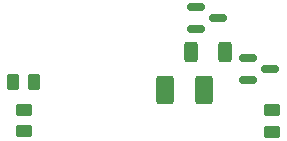
<source format=gbr>
%TF.GenerationSoftware,KiCad,Pcbnew,9.0.4*%
%TF.CreationDate,2025-11-18T22:29:26-03:00*%
%TF.ProjectId,FuzzFace,46757a7a-4661-4636-952e-6b696361645f,rev?*%
%TF.SameCoordinates,Original*%
%TF.FileFunction,Paste,Top*%
%TF.FilePolarity,Positive*%
%FSLAX46Y46*%
G04 Gerber Fmt 4.6, Leading zero omitted, Abs format (unit mm)*
G04 Created by KiCad (PCBNEW 9.0.4) date 2025-11-18 22:29:26*
%MOMM*%
%LPD*%
G01*
G04 APERTURE LIST*
G04 Aperture macros list*
%AMRoundRect*
0 Rectangle with rounded corners*
0 $1 Rounding radius*
0 $2 $3 $4 $5 $6 $7 $8 $9 X,Y pos of 4 corners*
0 Add a 4 corners polygon primitive as box body*
4,1,4,$2,$3,$4,$5,$6,$7,$8,$9,$2,$3,0*
0 Add four circle primitives for the rounded corners*
1,1,$1+$1,$2,$3*
1,1,$1+$1,$4,$5*
1,1,$1+$1,$6,$7*
1,1,$1+$1,$8,$9*
0 Add four rect primitives between the rounded corners*
20,1,$1+$1,$2,$3,$4,$5,0*
20,1,$1+$1,$4,$5,$6,$7,0*
20,1,$1+$1,$6,$7,$8,$9,0*
20,1,$1+$1,$8,$9,$2,$3,0*%
G04 Aperture macros list end*
%ADD10RoundRect,0.250000X0.312500X0.625000X-0.312500X0.625000X-0.312500X-0.625000X0.312500X-0.625000X0*%
%ADD11RoundRect,0.250000X0.450000X-0.262500X0.450000X0.262500X-0.450000X0.262500X-0.450000X-0.262500X0*%
%ADD12RoundRect,0.150000X-0.587500X-0.150000X0.587500X-0.150000X0.587500X0.150000X-0.587500X0.150000X0*%
%ADD13RoundRect,0.250001X0.507499X0.944999X-0.507499X0.944999X-0.507499X-0.944999X0.507499X-0.944999X0*%
%ADD14RoundRect,0.250000X0.262500X0.450000X-0.262500X0.450000X-0.262500X-0.450000X0.262500X-0.450000X0*%
%ADD15RoundRect,0.250000X-0.450000X0.262500X-0.450000X-0.262500X0.450000X-0.262500X0.450000X0.262500X0*%
G04 APERTURE END LIST*
D10*
%TO.C,R3*%
X115012500Y-82750000D03*
X112087500Y-82750000D03*
%TD*%
D11*
%TO.C,R2*%
X98000000Y-89462500D03*
X98000000Y-87637500D03*
%TD*%
D12*
%TO.C,Q2*%
X112550000Y-78950000D03*
X112550000Y-80850000D03*
X114425000Y-79900000D03*
%TD*%
D13*
%TO.C,C3*%
X113205000Y-85950000D03*
X109950000Y-85950000D03*
%TD*%
D14*
%TO.C,R5*%
X98862500Y-85300000D03*
X97037500Y-85300000D03*
%TD*%
D12*
%TO.C,Q1*%
X116962500Y-83250000D03*
X116962500Y-85150000D03*
X118837500Y-84200000D03*
%TD*%
D15*
%TO.C,R1*%
X118950000Y-87675000D03*
X118950000Y-89500000D03*
%TD*%
M02*

</source>
